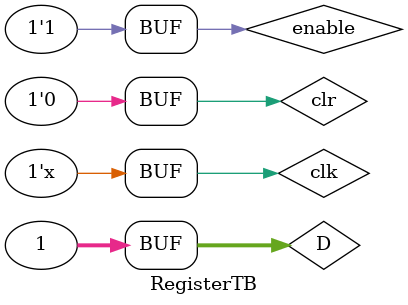
<source format=v>

`timescale 1ns/10ps
module RegisterTB;

reg clk = 0;
reg enable = 1;
reg clr = 0;
reg  [31:0] D;
wire [31:0] Q;

always #10 clk = !clk;

Register reg_instance(clk, clr, enable, D, Q);

initial begin
    //These events must be in chronological order.
	clr <= 0;
	D <= 32'b1;
	enable <=1;

end
endmodule

</source>
